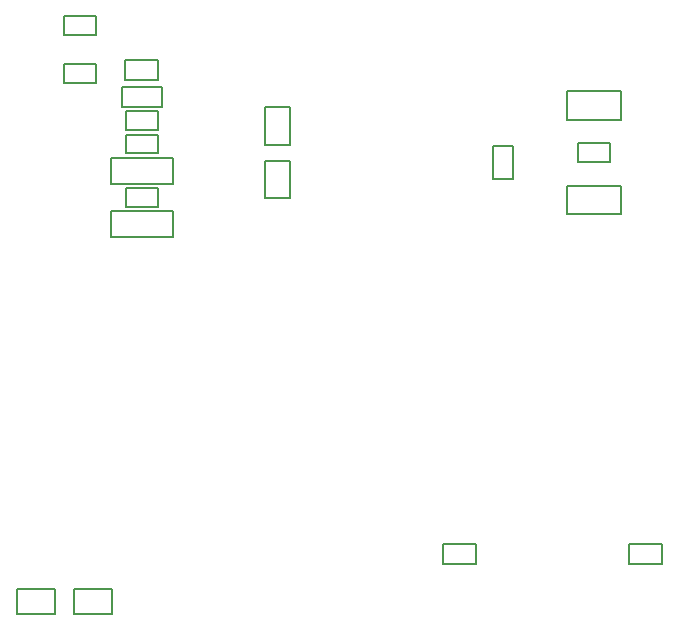
<source format=gbr>
%TF.GenerationSoftware,Altium Limited,Altium Designer,20.2.6 (244)*%
G04 Layer_Color=32768*
%FSLAX26Y26*%
%MOIN*%
%TF.SameCoordinates,5A7C1849-F1A5-4743-A48D-7E663CB7BB3B*%
%TF.FilePolarity,Positive*%
%TF.FileFunction,Other,Top_Courtyard*%
%TF.Part,Single*%
G01*
G75*
%TA.AperFunction,NonConductor*%
%ADD43C,0.007874*%
D43*
X267008Y18661D02*
X392992D01*
X267008D02*
Y101339D01*
X392992D01*
Y18661D02*
Y101339D01*
X1663504Y1468504D02*
X1730433D01*
Y1578740D01*
X1663504D02*
X1730433D01*
X1663504Y1468504D02*
Y1578740D01*
X903543Y1706693D02*
X986221D01*
X903543Y1580709D02*
Y1706693D01*
Y1580709D02*
X986221D01*
Y1706693D01*
X903543Y1403543D02*
X986221D01*
Y1529527D01*
X903543D02*
X986221D01*
X903543Y1403543D02*
Y1529527D01*
X1910433Y1350394D02*
Y1444882D01*
Y1350394D02*
X2089567D01*
Y1444882D01*
X1910433D02*
X2089567D01*
Y1665354D02*
Y1759842D01*
X1910433D02*
X2089567D01*
X1910433Y1665354D02*
Y1759842D01*
Y1665354D02*
X2089567D01*
X2227087Y183071D02*
Y250000D01*
X2116850D02*
X2227087D01*
X2116850Y183071D02*
Y250000D01*
Y183071D02*
X2227087D01*
X77008Y18661D02*
Y101339D01*
Y18661D02*
X202992D01*
Y101339D01*
X77008D02*
X202992D01*
X425197Y1708661D02*
Y1775591D01*
Y1708661D02*
X559055D01*
Y1775591D01*
X425197D02*
X559055D01*
X438815Y1631890D02*
Y1694882D01*
Y1631890D02*
X545437D01*
Y1694882D01*
X438815D02*
X545437D01*
X438815Y1553150D02*
Y1616142D01*
Y1553150D02*
X545437D01*
Y1616142D01*
X438815D02*
X545437D01*
X438815Y1375984D02*
Y1438976D01*
Y1375984D02*
X545437D01*
Y1438976D01*
X438815D02*
X545437D01*
X389764Y1275591D02*
Y1362205D01*
Y1275591D02*
X594488D01*
Y1362205D01*
X389764D02*
X594488D01*
X389764Y1452756D02*
Y1539370D01*
Y1452756D02*
X594488D01*
Y1539370D01*
X389764D02*
X594488D01*
X1946689Y1523622D02*
Y1586614D01*
Y1523622D02*
X2053311D01*
Y1586614D01*
X1946689D02*
X2053311D01*
X1494882Y183071D02*
Y250000D01*
Y183071D02*
X1605118D01*
Y250000D01*
X1494882D02*
X1605118D01*
X547244Y1797244D02*
Y1864173D01*
X437008D02*
X547244D01*
X437008Y1797244D02*
Y1864173D01*
Y1797244D02*
X547244D01*
X338745Y1789370D02*
Y1852362D01*
X232122D02*
X338745D01*
X232122Y1789370D02*
Y1852362D01*
Y1789370D02*
X338745D01*
Y1946850D02*
Y2009843D01*
X232122D02*
X338745D01*
X232122Y1946850D02*
Y2009843D01*
Y1946850D02*
X338745D01*
%TF.MD5,50810303a89ffaae8f8c6ca5239772c1*%
M02*

</source>
